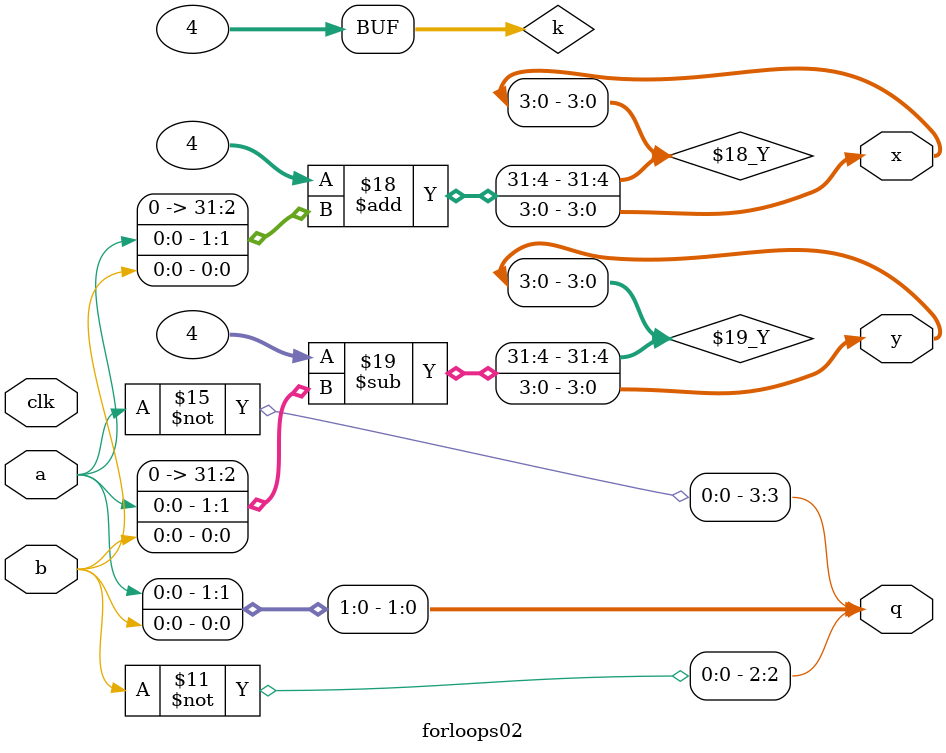
<source format=v>
module forloops01 (input clk, a, b, output reg [3:0] p, q, x, y);
	integer k;
	always @(posedge clk) begin
		for (k=0; k<2; k=k+1)
			p[2*k +: 2] = {a, b} ^ {2{k}};
		x <= k + {a, b};
	end
	always @* begin
		for (k=0; k<4; k=k+1)
			q[k] = {~a, ~b, a, b} >> k[1:0];
		y = k - {a, b};
	end
endmodule

module forloops02 (input clk, a, b, output reg [3:0] q, x, output [3:0] y);
	integer k;
	always @* begin
		for (k=0; k<4; k=k+1)
			q[k] = {~a, ~b, a, b} >> k[1:0];
	end
	always @* begin
		x = k + {a, b};
	end
	assign y = k - {a, b};
endmodule

</source>
